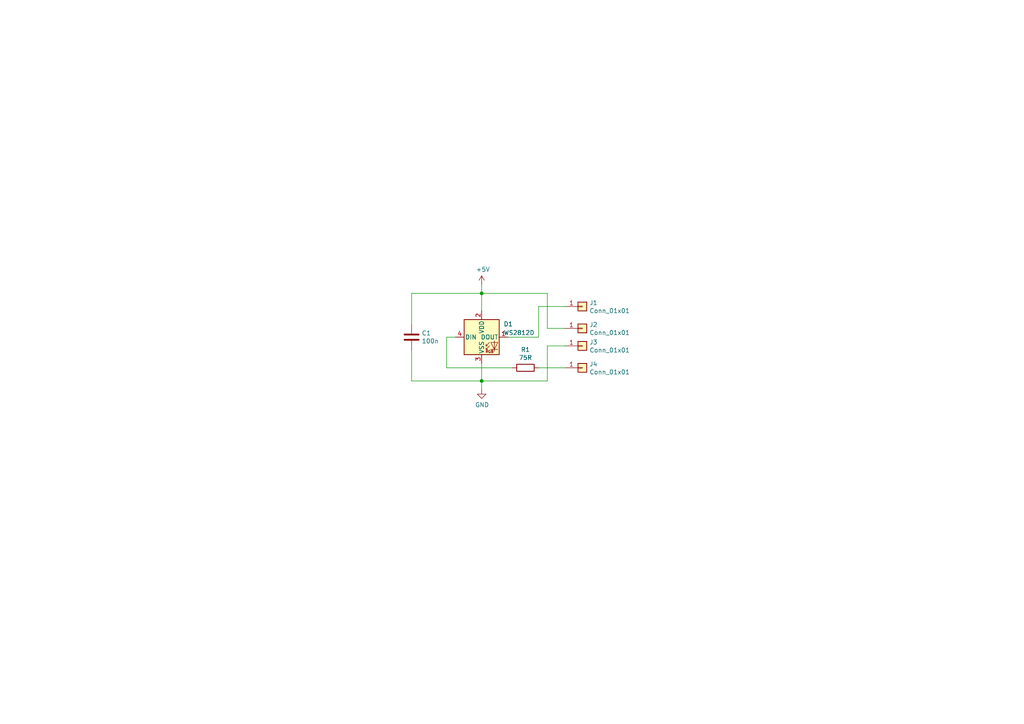
<source format=kicad_sch>
(kicad_sch (version 20211123) (generator eeschema)
  (paper "A4")
  (lib_symbols
    (symbol "Connector_Generic:Conn_01x01" (pin_names (offset 1.016) hide)
      (property "Reference" "J" (at 0 2.54 0))
      (property "Value" "Conn_01x01" (at 0 -2.54 0))
      (symbol "Conn_01x01_1_1"
        (rectangle (start -1.27 0.127) (end 0 -0.127) (stroke (width 0.1524)))
        (rectangle (start -1.27 1.27) (end 1.27 -1.27) (stroke (width 0.254)) (fill (type background)))
        (pin passive line (at -5.08 0 0) (length 3.81) (name "Pin_1") (number "1"))
      )
    )
    (symbol "Device:C" (pin_numbers hide) (pin_names (offset 0.254))
      (property "Reference" "C" (at 0.635 2.54 0))
      (property "Value" "C" (at 0.635 -2.54 0))
      (symbol "C_0_1"
        (polyline (pts (xy -2.032 -0.762) (xy 2.032 -0.762)) (stroke (width 0.508)))
        (polyline (pts (xy -2.032 0.762) (xy 2.032 0.762)) (stroke (width 0.508)))
      )
      (symbol "C_1_1"
        (pin passive line (at 0 3.81 270) (length 2.794) (name "~") (number "1"))
        (pin passive line (at 0 -3.81 90) (length 2.794) (name "~") (number "2"))
      )
    )
    (symbol "Device:R" (pin_numbers hide) (pin_names (offset 0))
      (property "Reference" "R" (at 2.032 0 90))
      (property "Value" "R" (at 0 0 90))
      (symbol "R_0_1"
        (rectangle (start -1.016 -2.54) (end 1.016 2.54) (stroke (width 0.254)))
      )
      (symbol "R_1_1"
        (pin passive line (at 0 3.81 270) (length 1.27) (name "~") (number "1"))
        (pin passive line (at 0 -3.81 90) (length 1.27) (name "~") (number "2"))
      )
    )
    (symbol "led_holder_symbols:WS2812D" (pin_names (offset 0.254))
      (property "Reference" "D" (at 5.08 5.715 0))
      (property "Value" "WS2812D" (at 1.27 -5.715 0))
      (symbol "WS2812D_0_0"
        (text "RGB" (at 2.286 -4.191 0) (effects (font (size 0.762 0.762))))
      )
      (symbol "WS2812D_0_1"
        (polyline (pts (xy 1.27 -3.556) (xy 1.778 -3.556)))
        (polyline (pts (xy 1.27 -2.54) (xy 1.778 -2.54)))
        (polyline (pts (xy 4.699 -3.556) (xy 2.667 -3.556)))
        (polyline (pts (xy 2.286 -2.54) (xy 1.27 -3.556) (xy 1.27 -3.048)))
        (polyline (pts (xy 2.286 -1.524) (xy 1.27 -2.54) (xy 1.27 -2.032)))
        (polyline (pts (xy 3.683 -1.016) (xy 3.683 -3.556) (xy 3.683 -4.064)))
        (polyline (pts (xy 4.699 -1.524) (xy 2.667 -1.524) (xy 3.683 -3.556) (xy 4.699 -1.524)))
        (rectangle (start 5.08 5.08) (end -5.08 -5.08) (stroke (width 0.254)) (fill (type background)))
      )
      (symbol "WS2812D_1_1"
        (pin output line (at 7.62 0 180) (length 2.54) (name "DOUT") (number "1"))
        (pin power_in line (at 0 7.62 270) (length 2.54) (name "VDD") (number "2"))
        (pin power_in line (at 0 -7.62 90) (length 2.54) (name "VSS") (number "3"))
        (pin input line (at -7.62 0 0) (length 2.54) (name "DIN") (number "4"))
      )
    )
    (symbol "power:+5V" (power) (pin_names (offset 0))
      (property "Value" "+5V" (at 0 3.556 0))
      (symbol "+5V_0_1"
        (polyline (pts (xy -0.762 1.27) (xy 0 2.54)))
        (polyline (pts (xy 0 0) (xy 0 2.54)))
        (polyline (pts (xy 0 2.54) (xy 0.762 1.27)))
      )
      (symbol "+5V_1_1"
        (pin power_in line (at 0 0 90) (length 0) hide (name "+5V") (number "1"))
      )
    )
    (symbol "power:GND" (power) (pin_names (offset 0))
      (property "Value" "GND" (at 0 -3.81 0))
      (symbol "GND_0_1"
        (polyline (pts (xy 0 0) (xy 0 -1.27) (xy 1.27 -1.27) (xy 0 -2.54) (xy -1.27 -1.27) (xy 0 -1.27)))
      )
      (symbol "GND_1_1"
        (pin power_in line (at 0 0 270) (length 0) hide (name "GND") (number "1"))
      )
    )
  )
  (junction (at 139.7 85.09))
  (junction (at 139.7 110.49))
  (wire (pts (xy 158.75 100.33) (xy 163.83 100.33)))
  (wire (pts (xy 156.21 88.9) (xy 156.21 97.79)))
  (wire (pts (xy 119.38 110.49) (xy 139.7 110.49)))
  (wire (pts (xy 119.38 85.09) (xy 139.7 85.09)))
  (wire (pts (xy 119.38 93.98) (xy 119.38 85.09)))
  (wire (pts (xy 129.54 106.68) (xy 129.54 97.79)))
  (wire (pts (xy 158.75 110.49) (xy 139.7 110.49)))
  (wire (pts (xy 163.83 88.9) (xy 156.21 88.9)))
  (wire (pts (xy 139.7 85.09) (xy 139.7 90.17)))
  (wire (pts (xy 158.75 110.49) (xy 158.75 100.33)))
  (wire (pts (xy 139.7 82.55) (xy 139.7 85.09)))
  (wire (pts (xy 139.7 110.49) (xy 139.7 105.41)))
  (wire (pts (xy 119.38 101.6) (xy 119.38 110.49)))
  (wire (pts (xy 163.83 106.68) (xy 156.21 106.68)))
  (wire (pts (xy 139.7 113.03) (xy 139.7 110.49)))
  (wire (pts (xy 129.54 97.79) (xy 132.08 97.79)))
  (wire (pts (xy 158.75 85.09) (xy 158.75 95.25)))
  (wire (pts (xy 147.32 97.79) (xy 156.21 97.79)))
  (wire (pts (xy 158.75 85.09) (xy 139.7 85.09)))
  (wire (pts (xy 148.59 106.68) (xy 129.54 106.68)))
  (wire (pts (xy 158.75 95.25) (xy 163.83 95.25)))
  (symbol (lib_id "Device:C") (at 119.38 97.79 0) (unit 1)
    (property "Reference" "C1" (at 122.301 96.6216 0) (effects (justify left)))
    (property "Value" "100n" (at 122.301 98.933 0) (effects (justify left)))
    (property "Footprint" "Capacitor_SMD:C_0805_2012Metric" (effects hide))
  )
  (symbol (lib_id "power:+5V") (at 139.7 82.55 0) (unit 1)
    (property "Reference" "#PWR01" (effects hide))
    (property "Value" "+5V" (at 140.081 78.1558 0))
  )
  (symbol (lib_id "power:GND") (at 139.7 113.03 0) (unit 1)
    (property "Reference" "#PWR02" (effects hide))
    (property "Value" "GND" (at 139.827 117.4242 0))
  )
  (symbol (lib_id "led_holder_symbols:WS2812D") (at 139.7 97.79 0) (unit 1)
    (property "Reference" "D1" (at 146.05 93.98 0) (effects (justify left)))
    (property "Value" "WS2812D" (at 146.05 96.52 0) (effects (justify left)))
    (property "Footprint" "led_holder_footprints:LED_D5.0mm_Edge-4_RGB" (effects hide))
    (property "Datasheet" "https://cdn-shop.adafruit.com/datasheets/WS2812B.pdf" (effects hide))
  )
  (symbol (lib_id "Device:R") (at 152.4 106.68 270) (unit 1)
    (property "Reference" "R1" (at 152.4 101.4222 90))
    (property "Value" "75R" (at 152.4 103.7336 90))
    (property "Footprint" "Resistor_SMD:R_0805_2012Metric" (effects hide))
  )
  (symbol (lib_id "Connector_Generic:Conn_01x01") (at 168.91 88.9 0) (unit 1)
    (property "Reference" "J1" (at 170.942 87.8332 0) (effects (justify left)))
    (property "Value" "Conn_01x01" (at 170.942 90.1446 0) (effects (justify left)))
    (property "Footprint" "led_holder_footprints:solder_pad_small" (effects hide))
  )
  (symbol (lib_id "Connector_Generic:Conn_01x01") (at 168.91 95.25 0) (unit 1)
    (property "Reference" "J2" (at 170.942 94.1832 0) (effects (justify left)))
    (property "Value" "Conn_01x01" (at 170.942 96.4946 0) (effects (justify left)))
    (property "Footprint" "led_holder_footprints:solder_pad_big" (effects hide))
  )
  (symbol (lib_id "Connector_Generic:Conn_01x01") (at 168.91 100.33 0) (unit 1)
    (property "Reference" "J3" (at 170.942 99.2632 0) (effects (justify left)))
    (property "Value" "Conn_01x01" (at 170.942 101.5746 0) (effects (justify left)))
    (property "Footprint" "led_holder_footprints:solder_pad_big" (effects hide))
  )
  (symbol (lib_id "Connector_Generic:Conn_01x01") (at 168.91 106.68 0) (unit 1)
    (property "Reference" "J4" (at 170.942 105.6132 0) (effects (justify left)))
    (property "Value" "Conn_01x01" (at 170.942 107.9246 0) (effects (justify left)))
    (property "Footprint" "led_holder_footprints:solder_pad_small" (effects hide))
  )
)
</source>
